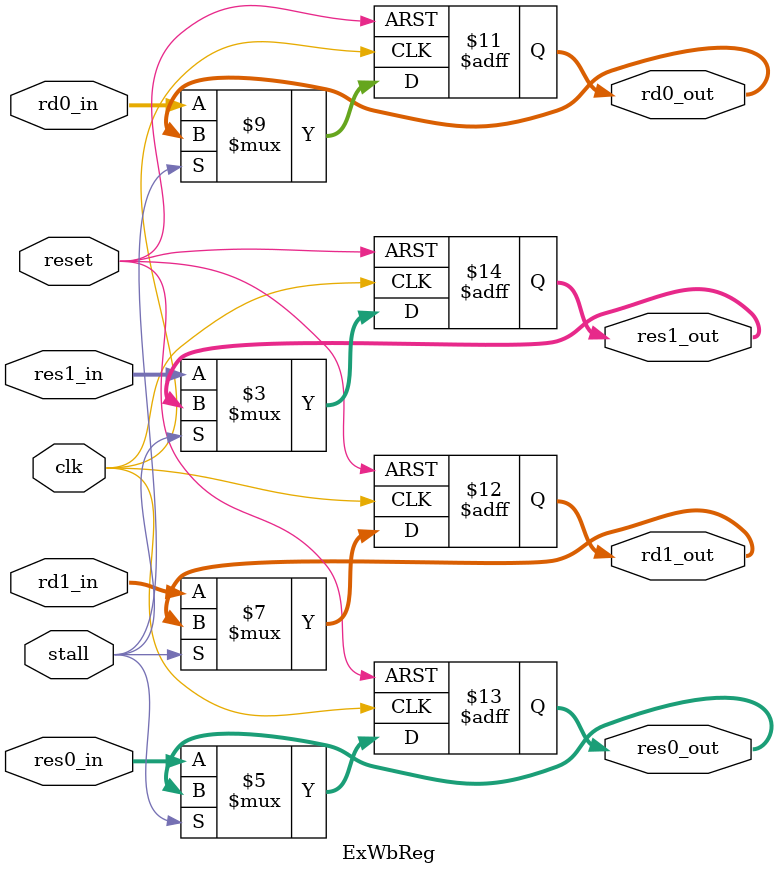
<source format=sv>
module ExWbReg (
    input  logic         clk,
    input  logic         reset,
    input  logic         stall,
    input  logic [4:0]   rd0_in,
    input  logic [4:0]   rd1_in,
    input  logic [31:0]  res0_in,
    input  logic [31:0]  res1_in,
    output logic [4:0]   rd0_out,
    output logic [4:0]   rd1_out,
    output logic [31:0]  res0_out,
    output logic [31:0]  res1_out
);
    always_ff @(posedge clk or posedge reset) begin
        if (reset) begin
            rd0_out <= 0; rd1_out <= 0;
            res0_out <= 0; res1_out <= 0;
        end else if (!stall) begin
            rd0_out <= rd0_in;
            rd1_out <= rd1_in;
            res0_out <= res0_in;
            res1_out <= res1_in;
        end
    end
endmodule
</source>
